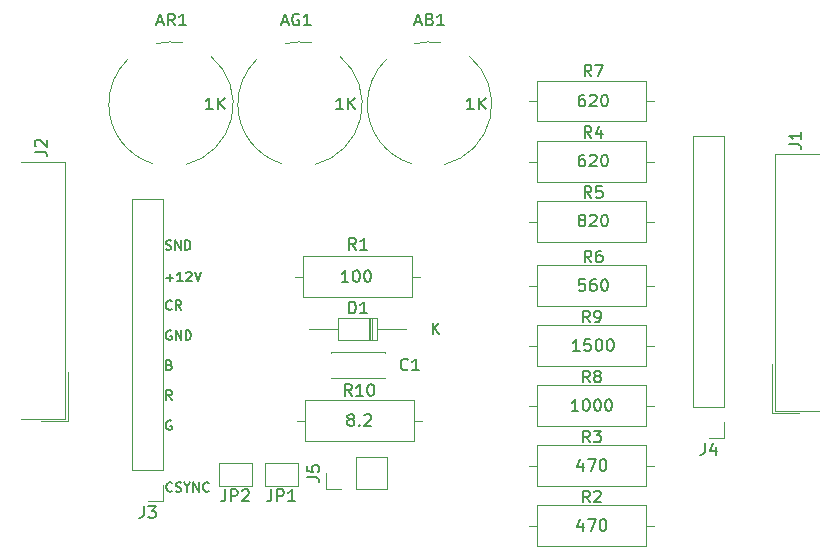
<source format=gbr>
%TF.GenerationSoftware,KiCad,Pcbnew,7.0.8*%
%TF.CreationDate,2026-01-30T16:34:38+01:00*%
%TF.ProjectId,taxanRGB,74617861-6e52-4474-922e-6b696361645f,rev?*%
%TF.SameCoordinates,Original*%
%TF.FileFunction,Legend,Top*%
%TF.FilePolarity,Positive*%
%FSLAX46Y46*%
G04 Gerber Fmt 4.6, Leading zero omitted, Abs format (unit mm)*
G04 Created by KiCad (PCBNEW 7.0.8) date 2026-01-30 16:34:38*
%MOMM*%
%LPD*%
G01*
G04 APERTURE LIST*
%ADD10C,0.150000*%
%ADD11C,0.120000*%
G04 APERTURE END LIST*
D10*
X45767826Y-49767247D02*
X45882112Y-49805342D01*
X45882112Y-49805342D02*
X45920207Y-49843438D01*
X45920207Y-49843438D02*
X45958303Y-49919628D01*
X45958303Y-49919628D02*
X45958303Y-50033914D01*
X45958303Y-50033914D02*
X45920207Y-50110104D01*
X45920207Y-50110104D02*
X45882112Y-50148200D01*
X45882112Y-50148200D02*
X45805922Y-50186295D01*
X45805922Y-50186295D02*
X45501160Y-50186295D01*
X45501160Y-50186295D02*
X45501160Y-49386295D01*
X45501160Y-49386295D02*
X45767826Y-49386295D01*
X45767826Y-49386295D02*
X45844017Y-49424390D01*
X45844017Y-49424390D02*
X45882112Y-49462485D01*
X45882112Y-49462485D02*
X45920207Y-49538676D01*
X45920207Y-49538676D02*
X45920207Y-49614866D01*
X45920207Y-49614866D02*
X45882112Y-49691057D01*
X45882112Y-49691057D02*
X45844017Y-49729152D01*
X45844017Y-49729152D02*
X45767826Y-49767247D01*
X45767826Y-49767247D02*
X45501160Y-49767247D01*
X45958303Y-45030104D02*
X45920207Y-45068200D01*
X45920207Y-45068200D02*
X45805922Y-45106295D01*
X45805922Y-45106295D02*
X45729731Y-45106295D01*
X45729731Y-45106295D02*
X45615445Y-45068200D01*
X45615445Y-45068200D02*
X45539255Y-44992009D01*
X45539255Y-44992009D02*
X45501160Y-44915819D01*
X45501160Y-44915819D02*
X45463064Y-44763438D01*
X45463064Y-44763438D02*
X45463064Y-44649152D01*
X45463064Y-44649152D02*
X45501160Y-44496771D01*
X45501160Y-44496771D02*
X45539255Y-44420580D01*
X45539255Y-44420580D02*
X45615445Y-44344390D01*
X45615445Y-44344390D02*
X45729731Y-44306295D01*
X45729731Y-44306295D02*
X45805922Y-44306295D01*
X45805922Y-44306295D02*
X45920207Y-44344390D01*
X45920207Y-44344390D02*
X45958303Y-44382485D01*
X46758303Y-45106295D02*
X46491636Y-44725342D01*
X46301160Y-45106295D02*
X46301160Y-44306295D01*
X46301160Y-44306295D02*
X46605922Y-44306295D01*
X46605922Y-44306295D02*
X46682112Y-44344390D01*
X46682112Y-44344390D02*
X46720207Y-44382485D01*
X46720207Y-44382485D02*
X46758303Y-44458676D01*
X46758303Y-44458676D02*
X46758303Y-44572961D01*
X46758303Y-44572961D02*
X46720207Y-44649152D01*
X46720207Y-44649152D02*
X46682112Y-44687247D01*
X46682112Y-44687247D02*
X46605922Y-44725342D01*
X46605922Y-44725342D02*
X46301160Y-44725342D01*
X45463064Y-39988200D02*
X45577350Y-40026295D01*
X45577350Y-40026295D02*
X45767826Y-40026295D01*
X45767826Y-40026295D02*
X45844017Y-39988200D01*
X45844017Y-39988200D02*
X45882112Y-39950104D01*
X45882112Y-39950104D02*
X45920207Y-39873914D01*
X45920207Y-39873914D02*
X45920207Y-39797723D01*
X45920207Y-39797723D02*
X45882112Y-39721533D01*
X45882112Y-39721533D02*
X45844017Y-39683438D01*
X45844017Y-39683438D02*
X45767826Y-39645342D01*
X45767826Y-39645342D02*
X45615445Y-39607247D01*
X45615445Y-39607247D02*
X45539255Y-39569152D01*
X45539255Y-39569152D02*
X45501160Y-39531057D01*
X45501160Y-39531057D02*
X45463064Y-39454866D01*
X45463064Y-39454866D02*
X45463064Y-39378676D01*
X45463064Y-39378676D02*
X45501160Y-39302485D01*
X45501160Y-39302485D02*
X45539255Y-39264390D01*
X45539255Y-39264390D02*
X45615445Y-39226295D01*
X45615445Y-39226295D02*
X45805922Y-39226295D01*
X45805922Y-39226295D02*
X45920207Y-39264390D01*
X46263065Y-40026295D02*
X46263065Y-39226295D01*
X46263065Y-39226295D02*
X46720208Y-40026295D01*
X46720208Y-40026295D02*
X46720208Y-39226295D01*
X47101160Y-40026295D02*
X47101160Y-39226295D01*
X47101160Y-39226295D02*
X47291636Y-39226295D01*
X47291636Y-39226295D02*
X47405922Y-39264390D01*
X47405922Y-39264390D02*
X47482112Y-39340580D01*
X47482112Y-39340580D02*
X47520207Y-39416771D01*
X47520207Y-39416771D02*
X47558303Y-39569152D01*
X47558303Y-39569152D02*
X47558303Y-39683438D01*
X47558303Y-39683438D02*
X47520207Y-39835819D01*
X47520207Y-39835819D02*
X47482112Y-39912009D01*
X47482112Y-39912009D02*
X47405922Y-39988200D01*
X47405922Y-39988200D02*
X47291636Y-40026295D01*
X47291636Y-40026295D02*
X47101160Y-40026295D01*
X45920207Y-46884390D02*
X45844017Y-46846295D01*
X45844017Y-46846295D02*
X45729731Y-46846295D01*
X45729731Y-46846295D02*
X45615445Y-46884390D01*
X45615445Y-46884390D02*
X45539255Y-46960580D01*
X45539255Y-46960580D02*
X45501160Y-47036771D01*
X45501160Y-47036771D02*
X45463064Y-47189152D01*
X45463064Y-47189152D02*
X45463064Y-47303438D01*
X45463064Y-47303438D02*
X45501160Y-47455819D01*
X45501160Y-47455819D02*
X45539255Y-47532009D01*
X45539255Y-47532009D02*
X45615445Y-47608200D01*
X45615445Y-47608200D02*
X45729731Y-47646295D01*
X45729731Y-47646295D02*
X45805922Y-47646295D01*
X45805922Y-47646295D02*
X45920207Y-47608200D01*
X45920207Y-47608200D02*
X45958303Y-47570104D01*
X45958303Y-47570104D02*
X45958303Y-47303438D01*
X45958303Y-47303438D02*
X45805922Y-47303438D01*
X46301160Y-47646295D02*
X46301160Y-46846295D01*
X46301160Y-46846295D02*
X46758303Y-47646295D01*
X46758303Y-47646295D02*
X46758303Y-46846295D01*
X47139255Y-47646295D02*
X47139255Y-46846295D01*
X47139255Y-46846295D02*
X47329731Y-46846295D01*
X47329731Y-46846295D02*
X47444017Y-46884390D01*
X47444017Y-46884390D02*
X47520207Y-46960580D01*
X47520207Y-46960580D02*
X47558302Y-47036771D01*
X47558302Y-47036771D02*
X47596398Y-47189152D01*
X47596398Y-47189152D02*
X47596398Y-47303438D01*
X47596398Y-47303438D02*
X47558302Y-47455819D01*
X47558302Y-47455819D02*
X47520207Y-47532009D01*
X47520207Y-47532009D02*
X47444017Y-47608200D01*
X47444017Y-47608200D02*
X47329731Y-47646295D01*
X47329731Y-47646295D02*
X47139255Y-47646295D01*
X45920207Y-54504390D02*
X45844017Y-54466295D01*
X45844017Y-54466295D02*
X45729731Y-54466295D01*
X45729731Y-54466295D02*
X45615445Y-54504390D01*
X45615445Y-54504390D02*
X45539255Y-54580580D01*
X45539255Y-54580580D02*
X45501160Y-54656771D01*
X45501160Y-54656771D02*
X45463064Y-54809152D01*
X45463064Y-54809152D02*
X45463064Y-54923438D01*
X45463064Y-54923438D02*
X45501160Y-55075819D01*
X45501160Y-55075819D02*
X45539255Y-55152009D01*
X45539255Y-55152009D02*
X45615445Y-55228200D01*
X45615445Y-55228200D02*
X45729731Y-55266295D01*
X45729731Y-55266295D02*
X45805922Y-55266295D01*
X45805922Y-55266295D02*
X45920207Y-55228200D01*
X45920207Y-55228200D02*
X45958303Y-55190104D01*
X45958303Y-55190104D02*
X45958303Y-54923438D01*
X45958303Y-54923438D02*
X45805922Y-54923438D01*
X45958303Y-52726295D02*
X45691636Y-52345342D01*
X45501160Y-52726295D02*
X45501160Y-51926295D01*
X45501160Y-51926295D02*
X45805922Y-51926295D01*
X45805922Y-51926295D02*
X45882112Y-51964390D01*
X45882112Y-51964390D02*
X45920207Y-52002485D01*
X45920207Y-52002485D02*
X45958303Y-52078676D01*
X45958303Y-52078676D02*
X45958303Y-52192961D01*
X45958303Y-52192961D02*
X45920207Y-52269152D01*
X45920207Y-52269152D02*
X45882112Y-52307247D01*
X45882112Y-52307247D02*
X45805922Y-52345342D01*
X45805922Y-52345342D02*
X45501160Y-52345342D01*
X45501160Y-42388533D02*
X46110684Y-42388533D01*
X45805922Y-42693295D02*
X45805922Y-42083771D01*
X46910683Y-42693295D02*
X46453540Y-42693295D01*
X46682112Y-42693295D02*
X46682112Y-41893295D01*
X46682112Y-41893295D02*
X46605921Y-42007580D01*
X46605921Y-42007580D02*
X46529731Y-42083771D01*
X46529731Y-42083771D02*
X46453540Y-42121866D01*
X47215445Y-41969485D02*
X47253541Y-41931390D01*
X47253541Y-41931390D02*
X47329731Y-41893295D01*
X47329731Y-41893295D02*
X47520207Y-41893295D01*
X47520207Y-41893295D02*
X47596398Y-41931390D01*
X47596398Y-41931390D02*
X47634493Y-41969485D01*
X47634493Y-41969485D02*
X47672588Y-42045676D01*
X47672588Y-42045676D02*
X47672588Y-42121866D01*
X47672588Y-42121866D02*
X47634493Y-42236152D01*
X47634493Y-42236152D02*
X47177350Y-42693295D01*
X47177350Y-42693295D02*
X47672588Y-42693295D01*
X47901160Y-41893295D02*
X48167827Y-42693295D01*
X48167827Y-42693295D02*
X48434493Y-41893295D01*
X46018303Y-60427104D02*
X45980207Y-60465200D01*
X45980207Y-60465200D02*
X45865922Y-60503295D01*
X45865922Y-60503295D02*
X45789731Y-60503295D01*
X45789731Y-60503295D02*
X45675445Y-60465200D01*
X45675445Y-60465200D02*
X45599255Y-60389009D01*
X45599255Y-60389009D02*
X45561160Y-60312819D01*
X45561160Y-60312819D02*
X45523064Y-60160438D01*
X45523064Y-60160438D02*
X45523064Y-60046152D01*
X45523064Y-60046152D02*
X45561160Y-59893771D01*
X45561160Y-59893771D02*
X45599255Y-59817580D01*
X45599255Y-59817580D02*
X45675445Y-59741390D01*
X45675445Y-59741390D02*
X45789731Y-59703295D01*
X45789731Y-59703295D02*
X45865922Y-59703295D01*
X45865922Y-59703295D02*
X45980207Y-59741390D01*
X45980207Y-59741390D02*
X46018303Y-59779485D01*
X46323064Y-60465200D02*
X46437350Y-60503295D01*
X46437350Y-60503295D02*
X46627826Y-60503295D01*
X46627826Y-60503295D02*
X46704017Y-60465200D01*
X46704017Y-60465200D02*
X46742112Y-60427104D01*
X46742112Y-60427104D02*
X46780207Y-60350914D01*
X46780207Y-60350914D02*
X46780207Y-60274723D01*
X46780207Y-60274723D02*
X46742112Y-60198533D01*
X46742112Y-60198533D02*
X46704017Y-60160438D01*
X46704017Y-60160438D02*
X46627826Y-60122342D01*
X46627826Y-60122342D02*
X46475445Y-60084247D01*
X46475445Y-60084247D02*
X46399255Y-60046152D01*
X46399255Y-60046152D02*
X46361160Y-60008057D01*
X46361160Y-60008057D02*
X46323064Y-59931866D01*
X46323064Y-59931866D02*
X46323064Y-59855676D01*
X46323064Y-59855676D02*
X46361160Y-59779485D01*
X46361160Y-59779485D02*
X46399255Y-59741390D01*
X46399255Y-59741390D02*
X46475445Y-59703295D01*
X46475445Y-59703295D02*
X46665922Y-59703295D01*
X46665922Y-59703295D02*
X46780207Y-59741390D01*
X47275446Y-60122342D02*
X47275446Y-60503295D01*
X47008779Y-59703295D02*
X47275446Y-60122342D01*
X47275446Y-60122342D02*
X47542112Y-59703295D01*
X47808779Y-60503295D02*
X47808779Y-59703295D01*
X47808779Y-59703295D02*
X48265922Y-60503295D01*
X48265922Y-60503295D02*
X48265922Y-59703295D01*
X49104017Y-60427104D02*
X49065921Y-60465200D01*
X49065921Y-60465200D02*
X48951636Y-60503295D01*
X48951636Y-60503295D02*
X48875445Y-60503295D01*
X48875445Y-60503295D02*
X48761159Y-60465200D01*
X48761159Y-60465200D02*
X48684969Y-60389009D01*
X48684969Y-60389009D02*
X48646874Y-60312819D01*
X48646874Y-60312819D02*
X48608778Y-60160438D01*
X48608778Y-60160438D02*
X48608778Y-60046152D01*
X48608778Y-60046152D02*
X48646874Y-59893771D01*
X48646874Y-59893771D02*
X48684969Y-59817580D01*
X48684969Y-59817580D02*
X48761159Y-59741390D01*
X48761159Y-59741390D02*
X48875445Y-59703295D01*
X48875445Y-59703295D02*
X48951636Y-59703295D01*
X48951636Y-59703295D02*
X49065921Y-59741390D01*
X49065921Y-59741390D02*
X49104017Y-59779485D01*
X66603714Y-20743104D02*
X67079904Y-20743104D01*
X66508476Y-21028819D02*
X66841809Y-20028819D01*
X66841809Y-20028819D02*
X67175142Y-21028819D01*
X67841809Y-20505009D02*
X67984666Y-20552628D01*
X67984666Y-20552628D02*
X68032285Y-20600247D01*
X68032285Y-20600247D02*
X68079904Y-20695485D01*
X68079904Y-20695485D02*
X68079904Y-20838342D01*
X68079904Y-20838342D02*
X68032285Y-20933580D01*
X68032285Y-20933580D02*
X67984666Y-20981200D01*
X67984666Y-20981200D02*
X67889428Y-21028819D01*
X67889428Y-21028819D02*
X67508476Y-21028819D01*
X67508476Y-21028819D02*
X67508476Y-20028819D01*
X67508476Y-20028819D02*
X67841809Y-20028819D01*
X67841809Y-20028819D02*
X67937047Y-20076438D01*
X67937047Y-20076438D02*
X67984666Y-20124057D01*
X67984666Y-20124057D02*
X68032285Y-20219295D01*
X68032285Y-20219295D02*
X68032285Y-20314533D01*
X68032285Y-20314533D02*
X67984666Y-20409771D01*
X67984666Y-20409771D02*
X67937047Y-20457390D01*
X67937047Y-20457390D02*
X67841809Y-20505009D01*
X67841809Y-20505009D02*
X67508476Y-20505009D01*
X69032285Y-21028819D02*
X68460857Y-21028819D01*
X68746571Y-21028819D02*
X68746571Y-20028819D01*
X68746571Y-20028819D02*
X68651333Y-20171676D01*
X68651333Y-20171676D02*
X68556095Y-20266914D01*
X68556095Y-20266914D02*
X68460857Y-20314533D01*
X71540714Y-28140819D02*
X70969286Y-28140819D01*
X71255000Y-28140819D02*
X71255000Y-27140819D01*
X71255000Y-27140819D02*
X71159762Y-27283676D01*
X71159762Y-27283676D02*
X71064524Y-27378914D01*
X71064524Y-27378914D02*
X70969286Y-27426533D01*
X71969286Y-28140819D02*
X71969286Y-27140819D01*
X72540714Y-28140819D02*
X72112143Y-27569390D01*
X72540714Y-27140819D02*
X71969286Y-27712247D01*
X55300714Y-20743104D02*
X55776904Y-20743104D01*
X55205476Y-21028819D02*
X55538809Y-20028819D01*
X55538809Y-20028819D02*
X55872142Y-21028819D01*
X56729285Y-20076438D02*
X56634047Y-20028819D01*
X56634047Y-20028819D02*
X56491190Y-20028819D01*
X56491190Y-20028819D02*
X56348333Y-20076438D01*
X56348333Y-20076438D02*
X56253095Y-20171676D01*
X56253095Y-20171676D02*
X56205476Y-20266914D01*
X56205476Y-20266914D02*
X56157857Y-20457390D01*
X56157857Y-20457390D02*
X56157857Y-20600247D01*
X56157857Y-20600247D02*
X56205476Y-20790723D01*
X56205476Y-20790723D02*
X56253095Y-20885961D01*
X56253095Y-20885961D02*
X56348333Y-20981200D01*
X56348333Y-20981200D02*
X56491190Y-21028819D01*
X56491190Y-21028819D02*
X56586428Y-21028819D01*
X56586428Y-21028819D02*
X56729285Y-20981200D01*
X56729285Y-20981200D02*
X56776904Y-20933580D01*
X56776904Y-20933580D02*
X56776904Y-20600247D01*
X56776904Y-20600247D02*
X56586428Y-20600247D01*
X57729285Y-21028819D02*
X57157857Y-21028819D01*
X57443571Y-21028819D02*
X57443571Y-20028819D01*
X57443571Y-20028819D02*
X57348333Y-20171676D01*
X57348333Y-20171676D02*
X57253095Y-20266914D01*
X57253095Y-20266914D02*
X57157857Y-20314533D01*
X60491714Y-28140819D02*
X59920286Y-28140819D01*
X60206000Y-28140819D02*
X60206000Y-27140819D01*
X60206000Y-27140819D02*
X60110762Y-27283676D01*
X60110762Y-27283676D02*
X60015524Y-27378914D01*
X60015524Y-27378914D02*
X59920286Y-27426533D01*
X60920286Y-28140819D02*
X60920286Y-27140819D01*
X61491714Y-28140819D02*
X61063143Y-27569390D01*
X61491714Y-27140819D02*
X60920286Y-27712247D01*
X44759714Y-20743104D02*
X45235904Y-20743104D01*
X44664476Y-21028819D02*
X44997809Y-20028819D01*
X44997809Y-20028819D02*
X45331142Y-21028819D01*
X46235904Y-21028819D02*
X45902571Y-20552628D01*
X45664476Y-21028819D02*
X45664476Y-20028819D01*
X45664476Y-20028819D02*
X46045428Y-20028819D01*
X46045428Y-20028819D02*
X46140666Y-20076438D01*
X46140666Y-20076438D02*
X46188285Y-20124057D01*
X46188285Y-20124057D02*
X46235904Y-20219295D01*
X46235904Y-20219295D02*
X46235904Y-20362152D01*
X46235904Y-20362152D02*
X46188285Y-20457390D01*
X46188285Y-20457390D02*
X46140666Y-20505009D01*
X46140666Y-20505009D02*
X46045428Y-20552628D01*
X46045428Y-20552628D02*
X45664476Y-20552628D01*
X47188285Y-21028819D02*
X46616857Y-21028819D01*
X46902571Y-21028819D02*
X46902571Y-20028819D01*
X46902571Y-20028819D02*
X46807333Y-20171676D01*
X46807333Y-20171676D02*
X46712095Y-20266914D01*
X46712095Y-20266914D02*
X46616857Y-20314533D01*
X49442714Y-28140819D02*
X48871286Y-28140819D01*
X49157000Y-28140819D02*
X49157000Y-27140819D01*
X49157000Y-27140819D02*
X49061762Y-27283676D01*
X49061762Y-27283676D02*
X48966524Y-27378914D01*
X48966524Y-27378914D02*
X48871286Y-27426533D01*
X49871286Y-28140819D02*
X49871286Y-27140819D01*
X50442714Y-28140819D02*
X50014143Y-27569390D01*
X50442714Y-27140819D02*
X49871286Y-27712247D01*
X34379819Y-31702333D02*
X35094104Y-31702333D01*
X35094104Y-31702333D02*
X35236961Y-31749952D01*
X35236961Y-31749952D02*
X35332200Y-31845190D01*
X35332200Y-31845190D02*
X35379819Y-31988047D01*
X35379819Y-31988047D02*
X35379819Y-32083285D01*
X34475057Y-31273761D02*
X34427438Y-31226142D01*
X34427438Y-31226142D02*
X34379819Y-31130904D01*
X34379819Y-31130904D02*
X34379819Y-30892809D01*
X34379819Y-30892809D02*
X34427438Y-30797571D01*
X34427438Y-30797571D02*
X34475057Y-30749952D01*
X34475057Y-30749952D02*
X34570295Y-30702333D01*
X34570295Y-30702333D02*
X34665533Y-30702333D01*
X34665533Y-30702333D02*
X34808390Y-30749952D01*
X34808390Y-30749952D02*
X35379819Y-31321380D01*
X35379819Y-31321380D02*
X35379819Y-30702333D01*
X65960333Y-50143580D02*
X65912714Y-50191200D01*
X65912714Y-50191200D02*
X65769857Y-50238819D01*
X65769857Y-50238819D02*
X65674619Y-50238819D01*
X65674619Y-50238819D02*
X65531762Y-50191200D01*
X65531762Y-50191200D02*
X65436524Y-50095961D01*
X65436524Y-50095961D02*
X65388905Y-50000723D01*
X65388905Y-50000723D02*
X65341286Y-49810247D01*
X65341286Y-49810247D02*
X65341286Y-49667390D01*
X65341286Y-49667390D02*
X65388905Y-49476914D01*
X65388905Y-49476914D02*
X65436524Y-49381676D01*
X65436524Y-49381676D02*
X65531762Y-49286438D01*
X65531762Y-49286438D02*
X65674619Y-49238819D01*
X65674619Y-49238819D02*
X65769857Y-49238819D01*
X65769857Y-49238819D02*
X65912714Y-49286438D01*
X65912714Y-49286438D02*
X65960333Y-49334057D01*
X66912714Y-50238819D02*
X66341286Y-50238819D01*
X66627000Y-50238819D02*
X66627000Y-49238819D01*
X66627000Y-49238819D02*
X66531762Y-49381676D01*
X66531762Y-49381676D02*
X66436524Y-49476914D01*
X66436524Y-49476914D02*
X66341286Y-49524533D01*
X61555333Y-40025819D02*
X61222000Y-39549628D01*
X60983905Y-40025819D02*
X60983905Y-39025819D01*
X60983905Y-39025819D02*
X61364857Y-39025819D01*
X61364857Y-39025819D02*
X61460095Y-39073438D01*
X61460095Y-39073438D02*
X61507714Y-39121057D01*
X61507714Y-39121057D02*
X61555333Y-39216295D01*
X61555333Y-39216295D02*
X61555333Y-39359152D01*
X61555333Y-39359152D02*
X61507714Y-39454390D01*
X61507714Y-39454390D02*
X61460095Y-39502009D01*
X61460095Y-39502009D02*
X61364857Y-39549628D01*
X61364857Y-39549628D02*
X60983905Y-39549628D01*
X62507714Y-40025819D02*
X61936286Y-40025819D01*
X62222000Y-40025819D02*
X62222000Y-39025819D01*
X62222000Y-39025819D02*
X62126762Y-39168676D01*
X62126762Y-39168676D02*
X62031524Y-39263914D01*
X62031524Y-39263914D02*
X61936286Y-39311533D01*
X60928333Y-42745819D02*
X60356905Y-42745819D01*
X60642619Y-42745819D02*
X60642619Y-41745819D01*
X60642619Y-41745819D02*
X60547381Y-41888676D01*
X60547381Y-41888676D02*
X60452143Y-41983914D01*
X60452143Y-41983914D02*
X60356905Y-42031533D01*
X61547381Y-41745819D02*
X61642619Y-41745819D01*
X61642619Y-41745819D02*
X61737857Y-41793438D01*
X61737857Y-41793438D02*
X61785476Y-41841057D01*
X61785476Y-41841057D02*
X61833095Y-41936295D01*
X61833095Y-41936295D02*
X61880714Y-42126771D01*
X61880714Y-42126771D02*
X61880714Y-42364866D01*
X61880714Y-42364866D02*
X61833095Y-42555342D01*
X61833095Y-42555342D02*
X61785476Y-42650580D01*
X61785476Y-42650580D02*
X61737857Y-42698200D01*
X61737857Y-42698200D02*
X61642619Y-42745819D01*
X61642619Y-42745819D02*
X61547381Y-42745819D01*
X61547381Y-42745819D02*
X61452143Y-42698200D01*
X61452143Y-42698200D02*
X61404524Y-42650580D01*
X61404524Y-42650580D02*
X61356905Y-42555342D01*
X61356905Y-42555342D02*
X61309286Y-42364866D01*
X61309286Y-42364866D02*
X61309286Y-42126771D01*
X61309286Y-42126771D02*
X61356905Y-41936295D01*
X61356905Y-41936295D02*
X61404524Y-41841057D01*
X61404524Y-41841057D02*
X61452143Y-41793438D01*
X61452143Y-41793438D02*
X61547381Y-41745819D01*
X62499762Y-41745819D02*
X62595000Y-41745819D01*
X62595000Y-41745819D02*
X62690238Y-41793438D01*
X62690238Y-41793438D02*
X62737857Y-41841057D01*
X62737857Y-41841057D02*
X62785476Y-41936295D01*
X62785476Y-41936295D02*
X62833095Y-42126771D01*
X62833095Y-42126771D02*
X62833095Y-42364866D01*
X62833095Y-42364866D02*
X62785476Y-42555342D01*
X62785476Y-42555342D02*
X62737857Y-42650580D01*
X62737857Y-42650580D02*
X62690238Y-42698200D01*
X62690238Y-42698200D02*
X62595000Y-42745819D01*
X62595000Y-42745819D02*
X62499762Y-42745819D01*
X62499762Y-42745819D02*
X62404524Y-42698200D01*
X62404524Y-42698200D02*
X62356905Y-42650580D01*
X62356905Y-42650580D02*
X62309286Y-42555342D01*
X62309286Y-42555342D02*
X62261667Y-42364866D01*
X62261667Y-42364866D02*
X62261667Y-42126771D01*
X62261667Y-42126771D02*
X62309286Y-41936295D01*
X62309286Y-41936295D02*
X62356905Y-41841057D01*
X62356905Y-41841057D02*
X62404524Y-41793438D01*
X62404524Y-41793438D02*
X62499762Y-41745819D01*
X81494333Y-41094819D02*
X81161000Y-40618628D01*
X80922905Y-41094819D02*
X80922905Y-40094819D01*
X80922905Y-40094819D02*
X81303857Y-40094819D01*
X81303857Y-40094819D02*
X81399095Y-40142438D01*
X81399095Y-40142438D02*
X81446714Y-40190057D01*
X81446714Y-40190057D02*
X81494333Y-40285295D01*
X81494333Y-40285295D02*
X81494333Y-40428152D01*
X81494333Y-40428152D02*
X81446714Y-40523390D01*
X81446714Y-40523390D02*
X81399095Y-40571009D01*
X81399095Y-40571009D02*
X81303857Y-40618628D01*
X81303857Y-40618628D02*
X80922905Y-40618628D01*
X82351476Y-40094819D02*
X82161000Y-40094819D01*
X82161000Y-40094819D02*
X82065762Y-40142438D01*
X82065762Y-40142438D02*
X82018143Y-40190057D01*
X82018143Y-40190057D02*
X81922905Y-40332914D01*
X81922905Y-40332914D02*
X81875286Y-40523390D01*
X81875286Y-40523390D02*
X81875286Y-40904342D01*
X81875286Y-40904342D02*
X81922905Y-40999580D01*
X81922905Y-40999580D02*
X81970524Y-41047200D01*
X81970524Y-41047200D02*
X82065762Y-41094819D01*
X82065762Y-41094819D02*
X82256238Y-41094819D01*
X82256238Y-41094819D02*
X82351476Y-41047200D01*
X82351476Y-41047200D02*
X82399095Y-40999580D01*
X82399095Y-40999580D02*
X82446714Y-40904342D01*
X82446714Y-40904342D02*
X82446714Y-40666247D01*
X82446714Y-40666247D02*
X82399095Y-40571009D01*
X82399095Y-40571009D02*
X82351476Y-40523390D01*
X82351476Y-40523390D02*
X82256238Y-40475771D01*
X82256238Y-40475771D02*
X82065762Y-40475771D01*
X82065762Y-40475771D02*
X81970524Y-40523390D01*
X81970524Y-40523390D02*
X81922905Y-40571009D01*
X81922905Y-40571009D02*
X81875286Y-40666247D01*
X80946714Y-42507819D02*
X80470524Y-42507819D01*
X80470524Y-42507819D02*
X80422905Y-42984009D01*
X80422905Y-42984009D02*
X80470524Y-42936390D01*
X80470524Y-42936390D02*
X80565762Y-42888771D01*
X80565762Y-42888771D02*
X80803857Y-42888771D01*
X80803857Y-42888771D02*
X80899095Y-42936390D01*
X80899095Y-42936390D02*
X80946714Y-42984009D01*
X80946714Y-42984009D02*
X80994333Y-43079247D01*
X80994333Y-43079247D02*
X80994333Y-43317342D01*
X80994333Y-43317342D02*
X80946714Y-43412580D01*
X80946714Y-43412580D02*
X80899095Y-43460200D01*
X80899095Y-43460200D02*
X80803857Y-43507819D01*
X80803857Y-43507819D02*
X80565762Y-43507819D01*
X80565762Y-43507819D02*
X80470524Y-43460200D01*
X80470524Y-43460200D02*
X80422905Y-43412580D01*
X81851476Y-42507819D02*
X81661000Y-42507819D01*
X81661000Y-42507819D02*
X81565762Y-42555438D01*
X81565762Y-42555438D02*
X81518143Y-42603057D01*
X81518143Y-42603057D02*
X81422905Y-42745914D01*
X81422905Y-42745914D02*
X81375286Y-42936390D01*
X81375286Y-42936390D02*
X81375286Y-43317342D01*
X81375286Y-43317342D02*
X81422905Y-43412580D01*
X81422905Y-43412580D02*
X81470524Y-43460200D01*
X81470524Y-43460200D02*
X81565762Y-43507819D01*
X81565762Y-43507819D02*
X81756238Y-43507819D01*
X81756238Y-43507819D02*
X81851476Y-43460200D01*
X81851476Y-43460200D02*
X81899095Y-43412580D01*
X81899095Y-43412580D02*
X81946714Y-43317342D01*
X81946714Y-43317342D02*
X81946714Y-43079247D01*
X81946714Y-43079247D02*
X81899095Y-42984009D01*
X81899095Y-42984009D02*
X81851476Y-42936390D01*
X81851476Y-42936390D02*
X81756238Y-42888771D01*
X81756238Y-42888771D02*
X81565762Y-42888771D01*
X81565762Y-42888771D02*
X81470524Y-42936390D01*
X81470524Y-42936390D02*
X81422905Y-42984009D01*
X81422905Y-42984009D02*
X81375286Y-43079247D01*
X82565762Y-42507819D02*
X82661000Y-42507819D01*
X82661000Y-42507819D02*
X82756238Y-42555438D01*
X82756238Y-42555438D02*
X82803857Y-42603057D01*
X82803857Y-42603057D02*
X82851476Y-42698295D01*
X82851476Y-42698295D02*
X82899095Y-42888771D01*
X82899095Y-42888771D02*
X82899095Y-43126866D01*
X82899095Y-43126866D02*
X82851476Y-43317342D01*
X82851476Y-43317342D02*
X82803857Y-43412580D01*
X82803857Y-43412580D02*
X82756238Y-43460200D01*
X82756238Y-43460200D02*
X82661000Y-43507819D01*
X82661000Y-43507819D02*
X82565762Y-43507819D01*
X82565762Y-43507819D02*
X82470524Y-43460200D01*
X82470524Y-43460200D02*
X82422905Y-43412580D01*
X82422905Y-43412580D02*
X82375286Y-43317342D01*
X82375286Y-43317342D02*
X82327667Y-43126866D01*
X82327667Y-43126866D02*
X82327667Y-42888771D01*
X82327667Y-42888771D02*
X82375286Y-42698295D01*
X82375286Y-42698295D02*
X82422905Y-42603057D01*
X82422905Y-42603057D02*
X82470524Y-42555438D01*
X82470524Y-42555438D02*
X82565762Y-42507819D01*
X60983905Y-45412819D02*
X60983905Y-44412819D01*
X60983905Y-44412819D02*
X61222000Y-44412819D01*
X61222000Y-44412819D02*
X61364857Y-44460438D01*
X61364857Y-44460438D02*
X61460095Y-44555676D01*
X61460095Y-44555676D02*
X61507714Y-44650914D01*
X61507714Y-44650914D02*
X61555333Y-44841390D01*
X61555333Y-44841390D02*
X61555333Y-44984247D01*
X61555333Y-44984247D02*
X61507714Y-45174723D01*
X61507714Y-45174723D02*
X61460095Y-45269961D01*
X61460095Y-45269961D02*
X61364857Y-45365200D01*
X61364857Y-45365200D02*
X61222000Y-45412819D01*
X61222000Y-45412819D02*
X60983905Y-45412819D01*
X62507714Y-45412819D02*
X61936286Y-45412819D01*
X62222000Y-45412819D02*
X62222000Y-44412819D01*
X62222000Y-44412819D02*
X62126762Y-44555676D01*
X62126762Y-44555676D02*
X62031524Y-44650914D01*
X62031524Y-44650914D02*
X61936286Y-44698533D01*
X68064095Y-47190819D02*
X68064095Y-46190819D01*
X68635523Y-47190819D02*
X68206952Y-46619390D01*
X68635523Y-46190819D02*
X68064095Y-46762247D01*
X50511666Y-60309819D02*
X50511666Y-61024104D01*
X50511666Y-61024104D02*
X50464047Y-61166961D01*
X50464047Y-61166961D02*
X50368809Y-61262200D01*
X50368809Y-61262200D02*
X50225952Y-61309819D01*
X50225952Y-61309819D02*
X50130714Y-61309819D01*
X50987857Y-61309819D02*
X50987857Y-60309819D01*
X50987857Y-60309819D02*
X51368809Y-60309819D01*
X51368809Y-60309819D02*
X51464047Y-60357438D01*
X51464047Y-60357438D02*
X51511666Y-60405057D01*
X51511666Y-60405057D02*
X51559285Y-60500295D01*
X51559285Y-60500295D02*
X51559285Y-60643152D01*
X51559285Y-60643152D02*
X51511666Y-60738390D01*
X51511666Y-60738390D02*
X51464047Y-60786009D01*
X51464047Y-60786009D02*
X51368809Y-60833628D01*
X51368809Y-60833628D02*
X50987857Y-60833628D01*
X51940238Y-60405057D02*
X51987857Y-60357438D01*
X51987857Y-60357438D02*
X52083095Y-60309819D01*
X52083095Y-60309819D02*
X52321190Y-60309819D01*
X52321190Y-60309819D02*
X52416428Y-60357438D01*
X52416428Y-60357438D02*
X52464047Y-60405057D01*
X52464047Y-60405057D02*
X52511666Y-60500295D01*
X52511666Y-60500295D02*
X52511666Y-60595533D01*
X52511666Y-60595533D02*
X52464047Y-60738390D01*
X52464047Y-60738390D02*
X51892619Y-61309819D01*
X51892619Y-61309819D02*
X52511666Y-61309819D01*
X98260819Y-31067333D02*
X98975104Y-31067333D01*
X98975104Y-31067333D02*
X99117961Y-31114952D01*
X99117961Y-31114952D02*
X99213200Y-31210190D01*
X99213200Y-31210190D02*
X99260819Y-31353047D01*
X99260819Y-31353047D02*
X99260819Y-31448285D01*
X99260819Y-30067333D02*
X99260819Y-30638761D01*
X99260819Y-30353047D02*
X98260819Y-30353047D01*
X98260819Y-30353047D02*
X98403676Y-30448285D01*
X98403676Y-30448285D02*
X98498914Y-30543523D01*
X98498914Y-30543523D02*
X98546533Y-30638761D01*
X81367333Y-56334819D02*
X81034000Y-55858628D01*
X80795905Y-56334819D02*
X80795905Y-55334819D01*
X80795905Y-55334819D02*
X81176857Y-55334819D01*
X81176857Y-55334819D02*
X81272095Y-55382438D01*
X81272095Y-55382438D02*
X81319714Y-55430057D01*
X81319714Y-55430057D02*
X81367333Y-55525295D01*
X81367333Y-55525295D02*
X81367333Y-55668152D01*
X81367333Y-55668152D02*
X81319714Y-55763390D01*
X81319714Y-55763390D02*
X81272095Y-55811009D01*
X81272095Y-55811009D02*
X81176857Y-55858628D01*
X81176857Y-55858628D02*
X80795905Y-55858628D01*
X81700667Y-55334819D02*
X82319714Y-55334819D01*
X82319714Y-55334819D02*
X81986381Y-55715771D01*
X81986381Y-55715771D02*
X82129238Y-55715771D01*
X82129238Y-55715771D02*
X82224476Y-55763390D01*
X82224476Y-55763390D02*
X82272095Y-55811009D01*
X82272095Y-55811009D02*
X82319714Y-55906247D01*
X82319714Y-55906247D02*
X82319714Y-56144342D01*
X82319714Y-56144342D02*
X82272095Y-56239580D01*
X82272095Y-56239580D02*
X82224476Y-56287200D01*
X82224476Y-56287200D02*
X82129238Y-56334819D01*
X82129238Y-56334819D02*
X81843524Y-56334819D01*
X81843524Y-56334819D02*
X81748286Y-56287200D01*
X81748286Y-56287200D02*
X81700667Y-56239580D01*
X80772095Y-58081152D02*
X80772095Y-58747819D01*
X80534000Y-57700200D02*
X80295905Y-58414485D01*
X80295905Y-58414485D02*
X80914952Y-58414485D01*
X81200667Y-57747819D02*
X81867333Y-57747819D01*
X81867333Y-57747819D02*
X81438762Y-58747819D01*
X82438762Y-57747819D02*
X82534000Y-57747819D01*
X82534000Y-57747819D02*
X82629238Y-57795438D01*
X82629238Y-57795438D02*
X82676857Y-57843057D01*
X82676857Y-57843057D02*
X82724476Y-57938295D01*
X82724476Y-57938295D02*
X82772095Y-58128771D01*
X82772095Y-58128771D02*
X82772095Y-58366866D01*
X82772095Y-58366866D02*
X82724476Y-58557342D01*
X82724476Y-58557342D02*
X82676857Y-58652580D01*
X82676857Y-58652580D02*
X82629238Y-58700200D01*
X82629238Y-58700200D02*
X82534000Y-58747819D01*
X82534000Y-58747819D02*
X82438762Y-58747819D01*
X82438762Y-58747819D02*
X82343524Y-58700200D01*
X82343524Y-58700200D02*
X82295905Y-58652580D01*
X82295905Y-58652580D02*
X82248286Y-58557342D01*
X82248286Y-58557342D02*
X82200667Y-58366866D01*
X82200667Y-58366866D02*
X82200667Y-58128771D01*
X82200667Y-58128771D02*
X82248286Y-57938295D01*
X82248286Y-57938295D02*
X82295905Y-57843057D01*
X82295905Y-57843057D02*
X82343524Y-57795438D01*
X82343524Y-57795438D02*
X82438762Y-57747819D01*
X81494333Y-35633819D02*
X81161000Y-35157628D01*
X80922905Y-35633819D02*
X80922905Y-34633819D01*
X80922905Y-34633819D02*
X81303857Y-34633819D01*
X81303857Y-34633819D02*
X81399095Y-34681438D01*
X81399095Y-34681438D02*
X81446714Y-34729057D01*
X81446714Y-34729057D02*
X81494333Y-34824295D01*
X81494333Y-34824295D02*
X81494333Y-34967152D01*
X81494333Y-34967152D02*
X81446714Y-35062390D01*
X81446714Y-35062390D02*
X81399095Y-35110009D01*
X81399095Y-35110009D02*
X81303857Y-35157628D01*
X81303857Y-35157628D02*
X80922905Y-35157628D01*
X82399095Y-34633819D02*
X81922905Y-34633819D01*
X81922905Y-34633819D02*
X81875286Y-35110009D01*
X81875286Y-35110009D02*
X81922905Y-35062390D01*
X81922905Y-35062390D02*
X82018143Y-35014771D01*
X82018143Y-35014771D02*
X82256238Y-35014771D01*
X82256238Y-35014771D02*
X82351476Y-35062390D01*
X82351476Y-35062390D02*
X82399095Y-35110009D01*
X82399095Y-35110009D02*
X82446714Y-35205247D01*
X82446714Y-35205247D02*
X82446714Y-35443342D01*
X82446714Y-35443342D02*
X82399095Y-35538580D01*
X82399095Y-35538580D02*
X82351476Y-35586200D01*
X82351476Y-35586200D02*
X82256238Y-35633819D01*
X82256238Y-35633819D02*
X82018143Y-35633819D01*
X82018143Y-35633819D02*
X81922905Y-35586200D01*
X81922905Y-35586200D02*
X81875286Y-35538580D01*
X80613381Y-37475390D02*
X80518143Y-37427771D01*
X80518143Y-37427771D02*
X80470524Y-37380152D01*
X80470524Y-37380152D02*
X80422905Y-37284914D01*
X80422905Y-37284914D02*
X80422905Y-37237295D01*
X80422905Y-37237295D02*
X80470524Y-37142057D01*
X80470524Y-37142057D02*
X80518143Y-37094438D01*
X80518143Y-37094438D02*
X80613381Y-37046819D01*
X80613381Y-37046819D02*
X80803857Y-37046819D01*
X80803857Y-37046819D02*
X80899095Y-37094438D01*
X80899095Y-37094438D02*
X80946714Y-37142057D01*
X80946714Y-37142057D02*
X80994333Y-37237295D01*
X80994333Y-37237295D02*
X80994333Y-37284914D01*
X80994333Y-37284914D02*
X80946714Y-37380152D01*
X80946714Y-37380152D02*
X80899095Y-37427771D01*
X80899095Y-37427771D02*
X80803857Y-37475390D01*
X80803857Y-37475390D02*
X80613381Y-37475390D01*
X80613381Y-37475390D02*
X80518143Y-37523009D01*
X80518143Y-37523009D02*
X80470524Y-37570628D01*
X80470524Y-37570628D02*
X80422905Y-37665866D01*
X80422905Y-37665866D02*
X80422905Y-37856342D01*
X80422905Y-37856342D02*
X80470524Y-37951580D01*
X80470524Y-37951580D02*
X80518143Y-37999200D01*
X80518143Y-37999200D02*
X80613381Y-38046819D01*
X80613381Y-38046819D02*
X80803857Y-38046819D01*
X80803857Y-38046819D02*
X80899095Y-37999200D01*
X80899095Y-37999200D02*
X80946714Y-37951580D01*
X80946714Y-37951580D02*
X80994333Y-37856342D01*
X80994333Y-37856342D02*
X80994333Y-37665866D01*
X80994333Y-37665866D02*
X80946714Y-37570628D01*
X80946714Y-37570628D02*
X80899095Y-37523009D01*
X80899095Y-37523009D02*
X80803857Y-37475390D01*
X81375286Y-37142057D02*
X81422905Y-37094438D01*
X81422905Y-37094438D02*
X81518143Y-37046819D01*
X81518143Y-37046819D02*
X81756238Y-37046819D01*
X81756238Y-37046819D02*
X81851476Y-37094438D01*
X81851476Y-37094438D02*
X81899095Y-37142057D01*
X81899095Y-37142057D02*
X81946714Y-37237295D01*
X81946714Y-37237295D02*
X81946714Y-37332533D01*
X81946714Y-37332533D02*
X81899095Y-37475390D01*
X81899095Y-37475390D02*
X81327667Y-38046819D01*
X81327667Y-38046819D02*
X81946714Y-38046819D01*
X82565762Y-37046819D02*
X82661000Y-37046819D01*
X82661000Y-37046819D02*
X82756238Y-37094438D01*
X82756238Y-37094438D02*
X82803857Y-37142057D01*
X82803857Y-37142057D02*
X82851476Y-37237295D01*
X82851476Y-37237295D02*
X82899095Y-37427771D01*
X82899095Y-37427771D02*
X82899095Y-37665866D01*
X82899095Y-37665866D02*
X82851476Y-37856342D01*
X82851476Y-37856342D02*
X82803857Y-37951580D01*
X82803857Y-37951580D02*
X82756238Y-37999200D01*
X82756238Y-37999200D02*
X82661000Y-38046819D01*
X82661000Y-38046819D02*
X82565762Y-38046819D01*
X82565762Y-38046819D02*
X82470524Y-37999200D01*
X82470524Y-37999200D02*
X82422905Y-37951580D01*
X82422905Y-37951580D02*
X82375286Y-37856342D01*
X82375286Y-37856342D02*
X82327667Y-37665866D01*
X82327667Y-37665866D02*
X82327667Y-37427771D01*
X82327667Y-37427771D02*
X82375286Y-37237295D01*
X82375286Y-37237295D02*
X82422905Y-37142057D01*
X82422905Y-37142057D02*
X82470524Y-37094438D01*
X82470524Y-37094438D02*
X82565762Y-37046819D01*
X61206142Y-52397819D02*
X60872809Y-51921628D01*
X60634714Y-52397819D02*
X60634714Y-51397819D01*
X60634714Y-51397819D02*
X61015666Y-51397819D01*
X61015666Y-51397819D02*
X61110904Y-51445438D01*
X61110904Y-51445438D02*
X61158523Y-51493057D01*
X61158523Y-51493057D02*
X61206142Y-51588295D01*
X61206142Y-51588295D02*
X61206142Y-51731152D01*
X61206142Y-51731152D02*
X61158523Y-51826390D01*
X61158523Y-51826390D02*
X61110904Y-51874009D01*
X61110904Y-51874009D02*
X61015666Y-51921628D01*
X61015666Y-51921628D02*
X60634714Y-51921628D01*
X62158523Y-52397819D02*
X61587095Y-52397819D01*
X61872809Y-52397819D02*
X61872809Y-51397819D01*
X61872809Y-51397819D02*
X61777571Y-51540676D01*
X61777571Y-51540676D02*
X61682333Y-51635914D01*
X61682333Y-51635914D02*
X61587095Y-51683533D01*
X62777571Y-51397819D02*
X62872809Y-51397819D01*
X62872809Y-51397819D02*
X62968047Y-51445438D01*
X62968047Y-51445438D02*
X63015666Y-51493057D01*
X63015666Y-51493057D02*
X63063285Y-51588295D01*
X63063285Y-51588295D02*
X63110904Y-51778771D01*
X63110904Y-51778771D02*
X63110904Y-52016866D01*
X63110904Y-52016866D02*
X63063285Y-52207342D01*
X63063285Y-52207342D02*
X63015666Y-52302580D01*
X63015666Y-52302580D02*
X62968047Y-52350200D01*
X62968047Y-52350200D02*
X62872809Y-52397819D01*
X62872809Y-52397819D02*
X62777571Y-52397819D01*
X62777571Y-52397819D02*
X62682333Y-52350200D01*
X62682333Y-52350200D02*
X62634714Y-52302580D01*
X62634714Y-52302580D02*
X62587095Y-52207342D01*
X62587095Y-52207342D02*
X62539476Y-52016866D01*
X62539476Y-52016866D02*
X62539476Y-51778771D01*
X62539476Y-51778771D02*
X62587095Y-51588295D01*
X62587095Y-51588295D02*
X62634714Y-51493057D01*
X62634714Y-51493057D02*
X62682333Y-51445438D01*
X62682333Y-51445438D02*
X62777571Y-51397819D01*
X61039476Y-54366390D02*
X60944238Y-54318771D01*
X60944238Y-54318771D02*
X60896619Y-54271152D01*
X60896619Y-54271152D02*
X60849000Y-54175914D01*
X60849000Y-54175914D02*
X60849000Y-54128295D01*
X60849000Y-54128295D02*
X60896619Y-54033057D01*
X60896619Y-54033057D02*
X60944238Y-53985438D01*
X60944238Y-53985438D02*
X61039476Y-53937819D01*
X61039476Y-53937819D02*
X61229952Y-53937819D01*
X61229952Y-53937819D02*
X61325190Y-53985438D01*
X61325190Y-53985438D02*
X61372809Y-54033057D01*
X61372809Y-54033057D02*
X61420428Y-54128295D01*
X61420428Y-54128295D02*
X61420428Y-54175914D01*
X61420428Y-54175914D02*
X61372809Y-54271152D01*
X61372809Y-54271152D02*
X61325190Y-54318771D01*
X61325190Y-54318771D02*
X61229952Y-54366390D01*
X61229952Y-54366390D02*
X61039476Y-54366390D01*
X61039476Y-54366390D02*
X60944238Y-54414009D01*
X60944238Y-54414009D02*
X60896619Y-54461628D01*
X60896619Y-54461628D02*
X60849000Y-54556866D01*
X60849000Y-54556866D02*
X60849000Y-54747342D01*
X60849000Y-54747342D02*
X60896619Y-54842580D01*
X60896619Y-54842580D02*
X60944238Y-54890200D01*
X60944238Y-54890200D02*
X61039476Y-54937819D01*
X61039476Y-54937819D02*
X61229952Y-54937819D01*
X61229952Y-54937819D02*
X61325190Y-54890200D01*
X61325190Y-54890200D02*
X61372809Y-54842580D01*
X61372809Y-54842580D02*
X61420428Y-54747342D01*
X61420428Y-54747342D02*
X61420428Y-54556866D01*
X61420428Y-54556866D02*
X61372809Y-54461628D01*
X61372809Y-54461628D02*
X61325190Y-54414009D01*
X61325190Y-54414009D02*
X61229952Y-54366390D01*
X61849000Y-54842580D02*
X61896619Y-54890200D01*
X61896619Y-54890200D02*
X61849000Y-54937819D01*
X61849000Y-54937819D02*
X61801381Y-54890200D01*
X61801381Y-54890200D02*
X61849000Y-54842580D01*
X61849000Y-54842580D02*
X61849000Y-54937819D01*
X62277571Y-54033057D02*
X62325190Y-53985438D01*
X62325190Y-53985438D02*
X62420428Y-53937819D01*
X62420428Y-53937819D02*
X62658523Y-53937819D01*
X62658523Y-53937819D02*
X62753761Y-53985438D01*
X62753761Y-53985438D02*
X62801380Y-54033057D01*
X62801380Y-54033057D02*
X62848999Y-54128295D01*
X62848999Y-54128295D02*
X62848999Y-54223533D01*
X62848999Y-54223533D02*
X62801380Y-54366390D01*
X62801380Y-54366390D02*
X62229952Y-54937819D01*
X62229952Y-54937819D02*
X62848999Y-54937819D01*
X57449819Y-59261333D02*
X58164104Y-59261333D01*
X58164104Y-59261333D02*
X58306961Y-59308952D01*
X58306961Y-59308952D02*
X58402200Y-59404190D01*
X58402200Y-59404190D02*
X58449819Y-59547047D01*
X58449819Y-59547047D02*
X58449819Y-59642285D01*
X57449819Y-58308952D02*
X57449819Y-58785142D01*
X57449819Y-58785142D02*
X57926009Y-58832761D01*
X57926009Y-58832761D02*
X57878390Y-58785142D01*
X57878390Y-58785142D02*
X57830771Y-58689904D01*
X57830771Y-58689904D02*
X57830771Y-58451809D01*
X57830771Y-58451809D02*
X57878390Y-58356571D01*
X57878390Y-58356571D02*
X57926009Y-58308952D01*
X57926009Y-58308952D02*
X58021247Y-58261333D01*
X58021247Y-58261333D02*
X58259342Y-58261333D01*
X58259342Y-58261333D02*
X58354580Y-58308952D01*
X58354580Y-58308952D02*
X58402200Y-58356571D01*
X58402200Y-58356571D02*
X58449819Y-58451809D01*
X58449819Y-58451809D02*
X58449819Y-58689904D01*
X58449819Y-58689904D02*
X58402200Y-58785142D01*
X58402200Y-58785142D02*
X58354580Y-58832761D01*
X81494333Y-25346819D02*
X81161000Y-24870628D01*
X80922905Y-25346819D02*
X80922905Y-24346819D01*
X80922905Y-24346819D02*
X81303857Y-24346819D01*
X81303857Y-24346819D02*
X81399095Y-24394438D01*
X81399095Y-24394438D02*
X81446714Y-24442057D01*
X81446714Y-24442057D02*
X81494333Y-24537295D01*
X81494333Y-24537295D02*
X81494333Y-24680152D01*
X81494333Y-24680152D02*
X81446714Y-24775390D01*
X81446714Y-24775390D02*
X81399095Y-24823009D01*
X81399095Y-24823009D02*
X81303857Y-24870628D01*
X81303857Y-24870628D02*
X80922905Y-24870628D01*
X81827667Y-24346819D02*
X82494333Y-24346819D01*
X82494333Y-24346819D02*
X82065762Y-25346819D01*
X80899095Y-26886819D02*
X80708619Y-26886819D01*
X80708619Y-26886819D02*
X80613381Y-26934438D01*
X80613381Y-26934438D02*
X80565762Y-26982057D01*
X80565762Y-26982057D02*
X80470524Y-27124914D01*
X80470524Y-27124914D02*
X80422905Y-27315390D01*
X80422905Y-27315390D02*
X80422905Y-27696342D01*
X80422905Y-27696342D02*
X80470524Y-27791580D01*
X80470524Y-27791580D02*
X80518143Y-27839200D01*
X80518143Y-27839200D02*
X80613381Y-27886819D01*
X80613381Y-27886819D02*
X80803857Y-27886819D01*
X80803857Y-27886819D02*
X80899095Y-27839200D01*
X80899095Y-27839200D02*
X80946714Y-27791580D01*
X80946714Y-27791580D02*
X80994333Y-27696342D01*
X80994333Y-27696342D02*
X80994333Y-27458247D01*
X80994333Y-27458247D02*
X80946714Y-27363009D01*
X80946714Y-27363009D02*
X80899095Y-27315390D01*
X80899095Y-27315390D02*
X80803857Y-27267771D01*
X80803857Y-27267771D02*
X80613381Y-27267771D01*
X80613381Y-27267771D02*
X80518143Y-27315390D01*
X80518143Y-27315390D02*
X80470524Y-27363009D01*
X80470524Y-27363009D02*
X80422905Y-27458247D01*
X81375286Y-26982057D02*
X81422905Y-26934438D01*
X81422905Y-26934438D02*
X81518143Y-26886819D01*
X81518143Y-26886819D02*
X81756238Y-26886819D01*
X81756238Y-26886819D02*
X81851476Y-26934438D01*
X81851476Y-26934438D02*
X81899095Y-26982057D01*
X81899095Y-26982057D02*
X81946714Y-27077295D01*
X81946714Y-27077295D02*
X81946714Y-27172533D01*
X81946714Y-27172533D02*
X81899095Y-27315390D01*
X81899095Y-27315390D02*
X81327667Y-27886819D01*
X81327667Y-27886819D02*
X81946714Y-27886819D01*
X82565762Y-26886819D02*
X82661000Y-26886819D01*
X82661000Y-26886819D02*
X82756238Y-26934438D01*
X82756238Y-26934438D02*
X82803857Y-26982057D01*
X82803857Y-26982057D02*
X82851476Y-27077295D01*
X82851476Y-27077295D02*
X82899095Y-27267771D01*
X82899095Y-27267771D02*
X82899095Y-27505866D01*
X82899095Y-27505866D02*
X82851476Y-27696342D01*
X82851476Y-27696342D02*
X82803857Y-27791580D01*
X82803857Y-27791580D02*
X82756238Y-27839200D01*
X82756238Y-27839200D02*
X82661000Y-27886819D01*
X82661000Y-27886819D02*
X82565762Y-27886819D01*
X82565762Y-27886819D02*
X82470524Y-27839200D01*
X82470524Y-27839200D02*
X82422905Y-27791580D01*
X82422905Y-27791580D02*
X82375286Y-27696342D01*
X82375286Y-27696342D02*
X82327667Y-27505866D01*
X82327667Y-27505866D02*
X82327667Y-27267771D01*
X82327667Y-27267771D02*
X82375286Y-27077295D01*
X82375286Y-27077295D02*
X82422905Y-26982057D01*
X82422905Y-26982057D02*
X82470524Y-26934438D01*
X82470524Y-26934438D02*
X82565762Y-26886819D01*
X43608666Y-61728819D02*
X43608666Y-62443104D01*
X43608666Y-62443104D02*
X43561047Y-62585961D01*
X43561047Y-62585961D02*
X43465809Y-62681200D01*
X43465809Y-62681200D02*
X43322952Y-62728819D01*
X43322952Y-62728819D02*
X43227714Y-62728819D01*
X43989619Y-61728819D02*
X44608666Y-61728819D01*
X44608666Y-61728819D02*
X44275333Y-62109771D01*
X44275333Y-62109771D02*
X44418190Y-62109771D01*
X44418190Y-62109771D02*
X44513428Y-62157390D01*
X44513428Y-62157390D02*
X44561047Y-62205009D01*
X44561047Y-62205009D02*
X44608666Y-62300247D01*
X44608666Y-62300247D02*
X44608666Y-62538342D01*
X44608666Y-62538342D02*
X44561047Y-62633580D01*
X44561047Y-62633580D02*
X44513428Y-62681200D01*
X44513428Y-62681200D02*
X44418190Y-62728819D01*
X44418190Y-62728819D02*
X44132476Y-62728819D01*
X44132476Y-62728819D02*
X44037238Y-62681200D01*
X44037238Y-62681200D02*
X43989619Y-62633580D01*
X81494333Y-30553819D02*
X81161000Y-30077628D01*
X80922905Y-30553819D02*
X80922905Y-29553819D01*
X80922905Y-29553819D02*
X81303857Y-29553819D01*
X81303857Y-29553819D02*
X81399095Y-29601438D01*
X81399095Y-29601438D02*
X81446714Y-29649057D01*
X81446714Y-29649057D02*
X81494333Y-29744295D01*
X81494333Y-29744295D02*
X81494333Y-29887152D01*
X81494333Y-29887152D02*
X81446714Y-29982390D01*
X81446714Y-29982390D02*
X81399095Y-30030009D01*
X81399095Y-30030009D02*
X81303857Y-30077628D01*
X81303857Y-30077628D02*
X80922905Y-30077628D01*
X82351476Y-29887152D02*
X82351476Y-30553819D01*
X82113381Y-29506200D02*
X81875286Y-30220485D01*
X81875286Y-30220485D02*
X82494333Y-30220485D01*
X80899095Y-31966819D02*
X80708619Y-31966819D01*
X80708619Y-31966819D02*
X80613381Y-32014438D01*
X80613381Y-32014438D02*
X80565762Y-32062057D01*
X80565762Y-32062057D02*
X80470524Y-32204914D01*
X80470524Y-32204914D02*
X80422905Y-32395390D01*
X80422905Y-32395390D02*
X80422905Y-32776342D01*
X80422905Y-32776342D02*
X80470524Y-32871580D01*
X80470524Y-32871580D02*
X80518143Y-32919200D01*
X80518143Y-32919200D02*
X80613381Y-32966819D01*
X80613381Y-32966819D02*
X80803857Y-32966819D01*
X80803857Y-32966819D02*
X80899095Y-32919200D01*
X80899095Y-32919200D02*
X80946714Y-32871580D01*
X80946714Y-32871580D02*
X80994333Y-32776342D01*
X80994333Y-32776342D02*
X80994333Y-32538247D01*
X80994333Y-32538247D02*
X80946714Y-32443009D01*
X80946714Y-32443009D02*
X80899095Y-32395390D01*
X80899095Y-32395390D02*
X80803857Y-32347771D01*
X80803857Y-32347771D02*
X80613381Y-32347771D01*
X80613381Y-32347771D02*
X80518143Y-32395390D01*
X80518143Y-32395390D02*
X80470524Y-32443009D01*
X80470524Y-32443009D02*
X80422905Y-32538247D01*
X81375286Y-32062057D02*
X81422905Y-32014438D01*
X81422905Y-32014438D02*
X81518143Y-31966819D01*
X81518143Y-31966819D02*
X81756238Y-31966819D01*
X81756238Y-31966819D02*
X81851476Y-32014438D01*
X81851476Y-32014438D02*
X81899095Y-32062057D01*
X81899095Y-32062057D02*
X81946714Y-32157295D01*
X81946714Y-32157295D02*
X81946714Y-32252533D01*
X81946714Y-32252533D02*
X81899095Y-32395390D01*
X81899095Y-32395390D02*
X81327667Y-32966819D01*
X81327667Y-32966819D02*
X81946714Y-32966819D01*
X82565762Y-31966819D02*
X82661000Y-31966819D01*
X82661000Y-31966819D02*
X82756238Y-32014438D01*
X82756238Y-32014438D02*
X82803857Y-32062057D01*
X82803857Y-32062057D02*
X82851476Y-32157295D01*
X82851476Y-32157295D02*
X82899095Y-32347771D01*
X82899095Y-32347771D02*
X82899095Y-32585866D01*
X82899095Y-32585866D02*
X82851476Y-32776342D01*
X82851476Y-32776342D02*
X82803857Y-32871580D01*
X82803857Y-32871580D02*
X82756238Y-32919200D01*
X82756238Y-32919200D02*
X82661000Y-32966819D01*
X82661000Y-32966819D02*
X82565762Y-32966819D01*
X82565762Y-32966819D02*
X82470524Y-32919200D01*
X82470524Y-32919200D02*
X82422905Y-32871580D01*
X82422905Y-32871580D02*
X82375286Y-32776342D01*
X82375286Y-32776342D02*
X82327667Y-32585866D01*
X82327667Y-32585866D02*
X82327667Y-32347771D01*
X82327667Y-32347771D02*
X82375286Y-32157295D01*
X82375286Y-32157295D02*
X82422905Y-32062057D01*
X82422905Y-32062057D02*
X82470524Y-32014438D01*
X82470524Y-32014438D02*
X82565762Y-31966819D01*
X54411666Y-60309819D02*
X54411666Y-61024104D01*
X54411666Y-61024104D02*
X54364047Y-61166961D01*
X54364047Y-61166961D02*
X54268809Y-61262200D01*
X54268809Y-61262200D02*
X54125952Y-61309819D01*
X54125952Y-61309819D02*
X54030714Y-61309819D01*
X54887857Y-61309819D02*
X54887857Y-60309819D01*
X54887857Y-60309819D02*
X55268809Y-60309819D01*
X55268809Y-60309819D02*
X55364047Y-60357438D01*
X55364047Y-60357438D02*
X55411666Y-60405057D01*
X55411666Y-60405057D02*
X55459285Y-60500295D01*
X55459285Y-60500295D02*
X55459285Y-60643152D01*
X55459285Y-60643152D02*
X55411666Y-60738390D01*
X55411666Y-60738390D02*
X55364047Y-60786009D01*
X55364047Y-60786009D02*
X55268809Y-60833628D01*
X55268809Y-60833628D02*
X54887857Y-60833628D01*
X56411666Y-61309819D02*
X55840238Y-61309819D01*
X56125952Y-61309819D02*
X56125952Y-60309819D01*
X56125952Y-60309819D02*
X56030714Y-60452676D01*
X56030714Y-60452676D02*
X55935476Y-60547914D01*
X55935476Y-60547914D02*
X55840238Y-60595533D01*
X81367333Y-46174819D02*
X81034000Y-45698628D01*
X80795905Y-46174819D02*
X80795905Y-45174819D01*
X80795905Y-45174819D02*
X81176857Y-45174819D01*
X81176857Y-45174819D02*
X81272095Y-45222438D01*
X81272095Y-45222438D02*
X81319714Y-45270057D01*
X81319714Y-45270057D02*
X81367333Y-45365295D01*
X81367333Y-45365295D02*
X81367333Y-45508152D01*
X81367333Y-45508152D02*
X81319714Y-45603390D01*
X81319714Y-45603390D02*
X81272095Y-45651009D01*
X81272095Y-45651009D02*
X81176857Y-45698628D01*
X81176857Y-45698628D02*
X80795905Y-45698628D01*
X81843524Y-46174819D02*
X82034000Y-46174819D01*
X82034000Y-46174819D02*
X82129238Y-46127200D01*
X82129238Y-46127200D02*
X82176857Y-46079580D01*
X82176857Y-46079580D02*
X82272095Y-45936723D01*
X82272095Y-45936723D02*
X82319714Y-45746247D01*
X82319714Y-45746247D02*
X82319714Y-45365295D01*
X82319714Y-45365295D02*
X82272095Y-45270057D01*
X82272095Y-45270057D02*
X82224476Y-45222438D01*
X82224476Y-45222438D02*
X82129238Y-45174819D01*
X82129238Y-45174819D02*
X81938762Y-45174819D01*
X81938762Y-45174819D02*
X81843524Y-45222438D01*
X81843524Y-45222438D02*
X81795905Y-45270057D01*
X81795905Y-45270057D02*
X81748286Y-45365295D01*
X81748286Y-45365295D02*
X81748286Y-45603390D01*
X81748286Y-45603390D02*
X81795905Y-45698628D01*
X81795905Y-45698628D02*
X81843524Y-45746247D01*
X81843524Y-45746247D02*
X81938762Y-45793866D01*
X81938762Y-45793866D02*
X82129238Y-45793866D01*
X82129238Y-45793866D02*
X82224476Y-45746247D01*
X82224476Y-45746247D02*
X82272095Y-45698628D01*
X82272095Y-45698628D02*
X82319714Y-45603390D01*
X80518142Y-48587819D02*
X79946714Y-48587819D01*
X80232428Y-48587819D02*
X80232428Y-47587819D01*
X80232428Y-47587819D02*
X80137190Y-47730676D01*
X80137190Y-47730676D02*
X80041952Y-47825914D01*
X80041952Y-47825914D02*
X79946714Y-47873533D01*
X81422904Y-47587819D02*
X80946714Y-47587819D01*
X80946714Y-47587819D02*
X80899095Y-48064009D01*
X80899095Y-48064009D02*
X80946714Y-48016390D01*
X80946714Y-48016390D02*
X81041952Y-47968771D01*
X81041952Y-47968771D02*
X81280047Y-47968771D01*
X81280047Y-47968771D02*
X81375285Y-48016390D01*
X81375285Y-48016390D02*
X81422904Y-48064009D01*
X81422904Y-48064009D02*
X81470523Y-48159247D01*
X81470523Y-48159247D02*
X81470523Y-48397342D01*
X81470523Y-48397342D02*
X81422904Y-48492580D01*
X81422904Y-48492580D02*
X81375285Y-48540200D01*
X81375285Y-48540200D02*
X81280047Y-48587819D01*
X81280047Y-48587819D02*
X81041952Y-48587819D01*
X81041952Y-48587819D02*
X80946714Y-48540200D01*
X80946714Y-48540200D02*
X80899095Y-48492580D01*
X82089571Y-47587819D02*
X82184809Y-47587819D01*
X82184809Y-47587819D02*
X82280047Y-47635438D01*
X82280047Y-47635438D02*
X82327666Y-47683057D01*
X82327666Y-47683057D02*
X82375285Y-47778295D01*
X82375285Y-47778295D02*
X82422904Y-47968771D01*
X82422904Y-47968771D02*
X82422904Y-48206866D01*
X82422904Y-48206866D02*
X82375285Y-48397342D01*
X82375285Y-48397342D02*
X82327666Y-48492580D01*
X82327666Y-48492580D02*
X82280047Y-48540200D01*
X82280047Y-48540200D02*
X82184809Y-48587819D01*
X82184809Y-48587819D02*
X82089571Y-48587819D01*
X82089571Y-48587819D02*
X81994333Y-48540200D01*
X81994333Y-48540200D02*
X81946714Y-48492580D01*
X81946714Y-48492580D02*
X81899095Y-48397342D01*
X81899095Y-48397342D02*
X81851476Y-48206866D01*
X81851476Y-48206866D02*
X81851476Y-47968771D01*
X81851476Y-47968771D02*
X81899095Y-47778295D01*
X81899095Y-47778295D02*
X81946714Y-47683057D01*
X81946714Y-47683057D02*
X81994333Y-47635438D01*
X81994333Y-47635438D02*
X82089571Y-47587819D01*
X83041952Y-47587819D02*
X83137190Y-47587819D01*
X83137190Y-47587819D02*
X83232428Y-47635438D01*
X83232428Y-47635438D02*
X83280047Y-47683057D01*
X83280047Y-47683057D02*
X83327666Y-47778295D01*
X83327666Y-47778295D02*
X83375285Y-47968771D01*
X83375285Y-47968771D02*
X83375285Y-48206866D01*
X83375285Y-48206866D02*
X83327666Y-48397342D01*
X83327666Y-48397342D02*
X83280047Y-48492580D01*
X83280047Y-48492580D02*
X83232428Y-48540200D01*
X83232428Y-48540200D02*
X83137190Y-48587819D01*
X83137190Y-48587819D02*
X83041952Y-48587819D01*
X83041952Y-48587819D02*
X82946714Y-48540200D01*
X82946714Y-48540200D02*
X82899095Y-48492580D01*
X82899095Y-48492580D02*
X82851476Y-48397342D01*
X82851476Y-48397342D02*
X82803857Y-48206866D01*
X82803857Y-48206866D02*
X82803857Y-47968771D01*
X82803857Y-47968771D02*
X82851476Y-47778295D01*
X82851476Y-47778295D02*
X82899095Y-47683057D01*
X82899095Y-47683057D02*
X82946714Y-47635438D01*
X82946714Y-47635438D02*
X83041952Y-47587819D01*
X91106666Y-56394819D02*
X91106666Y-57109104D01*
X91106666Y-57109104D02*
X91059047Y-57251961D01*
X91059047Y-57251961D02*
X90963809Y-57347200D01*
X90963809Y-57347200D02*
X90820952Y-57394819D01*
X90820952Y-57394819D02*
X90725714Y-57394819D01*
X92011428Y-56728152D02*
X92011428Y-57394819D01*
X91773333Y-56347200D02*
X91535238Y-57061485D01*
X91535238Y-57061485D02*
X92154285Y-57061485D01*
X81367333Y-61414819D02*
X81034000Y-60938628D01*
X80795905Y-61414819D02*
X80795905Y-60414819D01*
X80795905Y-60414819D02*
X81176857Y-60414819D01*
X81176857Y-60414819D02*
X81272095Y-60462438D01*
X81272095Y-60462438D02*
X81319714Y-60510057D01*
X81319714Y-60510057D02*
X81367333Y-60605295D01*
X81367333Y-60605295D02*
X81367333Y-60748152D01*
X81367333Y-60748152D02*
X81319714Y-60843390D01*
X81319714Y-60843390D02*
X81272095Y-60891009D01*
X81272095Y-60891009D02*
X81176857Y-60938628D01*
X81176857Y-60938628D02*
X80795905Y-60938628D01*
X81748286Y-60510057D02*
X81795905Y-60462438D01*
X81795905Y-60462438D02*
X81891143Y-60414819D01*
X81891143Y-60414819D02*
X82129238Y-60414819D01*
X82129238Y-60414819D02*
X82224476Y-60462438D01*
X82224476Y-60462438D02*
X82272095Y-60510057D01*
X82272095Y-60510057D02*
X82319714Y-60605295D01*
X82319714Y-60605295D02*
X82319714Y-60700533D01*
X82319714Y-60700533D02*
X82272095Y-60843390D01*
X82272095Y-60843390D02*
X81700667Y-61414819D01*
X81700667Y-61414819D02*
X82319714Y-61414819D01*
X80772095Y-63161152D02*
X80772095Y-63827819D01*
X80534000Y-62780200D02*
X80295905Y-63494485D01*
X80295905Y-63494485D02*
X80914952Y-63494485D01*
X81200667Y-62827819D02*
X81867333Y-62827819D01*
X81867333Y-62827819D02*
X81438762Y-63827819D01*
X82438762Y-62827819D02*
X82534000Y-62827819D01*
X82534000Y-62827819D02*
X82629238Y-62875438D01*
X82629238Y-62875438D02*
X82676857Y-62923057D01*
X82676857Y-62923057D02*
X82724476Y-63018295D01*
X82724476Y-63018295D02*
X82772095Y-63208771D01*
X82772095Y-63208771D02*
X82772095Y-63446866D01*
X82772095Y-63446866D02*
X82724476Y-63637342D01*
X82724476Y-63637342D02*
X82676857Y-63732580D01*
X82676857Y-63732580D02*
X82629238Y-63780200D01*
X82629238Y-63780200D02*
X82534000Y-63827819D01*
X82534000Y-63827819D02*
X82438762Y-63827819D01*
X82438762Y-63827819D02*
X82343524Y-63780200D01*
X82343524Y-63780200D02*
X82295905Y-63732580D01*
X82295905Y-63732580D02*
X82248286Y-63637342D01*
X82248286Y-63637342D02*
X82200667Y-63446866D01*
X82200667Y-63446866D02*
X82200667Y-63208771D01*
X82200667Y-63208771D02*
X82248286Y-63018295D01*
X82248286Y-63018295D02*
X82295905Y-62923057D01*
X82295905Y-62923057D02*
X82343524Y-62875438D01*
X82343524Y-62875438D02*
X82438762Y-62827819D01*
X81367333Y-51254819D02*
X81034000Y-50778628D01*
X80795905Y-51254819D02*
X80795905Y-50254819D01*
X80795905Y-50254819D02*
X81176857Y-50254819D01*
X81176857Y-50254819D02*
X81272095Y-50302438D01*
X81272095Y-50302438D02*
X81319714Y-50350057D01*
X81319714Y-50350057D02*
X81367333Y-50445295D01*
X81367333Y-50445295D02*
X81367333Y-50588152D01*
X81367333Y-50588152D02*
X81319714Y-50683390D01*
X81319714Y-50683390D02*
X81272095Y-50731009D01*
X81272095Y-50731009D02*
X81176857Y-50778628D01*
X81176857Y-50778628D02*
X80795905Y-50778628D01*
X81938762Y-50683390D02*
X81843524Y-50635771D01*
X81843524Y-50635771D02*
X81795905Y-50588152D01*
X81795905Y-50588152D02*
X81748286Y-50492914D01*
X81748286Y-50492914D02*
X81748286Y-50445295D01*
X81748286Y-50445295D02*
X81795905Y-50350057D01*
X81795905Y-50350057D02*
X81843524Y-50302438D01*
X81843524Y-50302438D02*
X81938762Y-50254819D01*
X81938762Y-50254819D02*
X82129238Y-50254819D01*
X82129238Y-50254819D02*
X82224476Y-50302438D01*
X82224476Y-50302438D02*
X82272095Y-50350057D01*
X82272095Y-50350057D02*
X82319714Y-50445295D01*
X82319714Y-50445295D02*
X82319714Y-50492914D01*
X82319714Y-50492914D02*
X82272095Y-50588152D01*
X82272095Y-50588152D02*
X82224476Y-50635771D01*
X82224476Y-50635771D02*
X82129238Y-50683390D01*
X82129238Y-50683390D02*
X81938762Y-50683390D01*
X81938762Y-50683390D02*
X81843524Y-50731009D01*
X81843524Y-50731009D02*
X81795905Y-50778628D01*
X81795905Y-50778628D02*
X81748286Y-50873866D01*
X81748286Y-50873866D02*
X81748286Y-51064342D01*
X81748286Y-51064342D02*
X81795905Y-51159580D01*
X81795905Y-51159580D02*
X81843524Y-51207200D01*
X81843524Y-51207200D02*
X81938762Y-51254819D01*
X81938762Y-51254819D02*
X82129238Y-51254819D01*
X82129238Y-51254819D02*
X82224476Y-51207200D01*
X82224476Y-51207200D02*
X82272095Y-51159580D01*
X82272095Y-51159580D02*
X82319714Y-51064342D01*
X82319714Y-51064342D02*
X82319714Y-50873866D01*
X82319714Y-50873866D02*
X82272095Y-50778628D01*
X82272095Y-50778628D02*
X82224476Y-50731009D01*
X82224476Y-50731009D02*
X82129238Y-50683390D01*
X80391142Y-53667819D02*
X79819714Y-53667819D01*
X80105428Y-53667819D02*
X80105428Y-52667819D01*
X80105428Y-52667819D02*
X80010190Y-52810676D01*
X80010190Y-52810676D02*
X79914952Y-52905914D01*
X79914952Y-52905914D02*
X79819714Y-52953533D01*
X81010190Y-52667819D02*
X81105428Y-52667819D01*
X81105428Y-52667819D02*
X81200666Y-52715438D01*
X81200666Y-52715438D02*
X81248285Y-52763057D01*
X81248285Y-52763057D02*
X81295904Y-52858295D01*
X81295904Y-52858295D02*
X81343523Y-53048771D01*
X81343523Y-53048771D02*
X81343523Y-53286866D01*
X81343523Y-53286866D02*
X81295904Y-53477342D01*
X81295904Y-53477342D02*
X81248285Y-53572580D01*
X81248285Y-53572580D02*
X81200666Y-53620200D01*
X81200666Y-53620200D02*
X81105428Y-53667819D01*
X81105428Y-53667819D02*
X81010190Y-53667819D01*
X81010190Y-53667819D02*
X80914952Y-53620200D01*
X80914952Y-53620200D02*
X80867333Y-53572580D01*
X80867333Y-53572580D02*
X80819714Y-53477342D01*
X80819714Y-53477342D02*
X80772095Y-53286866D01*
X80772095Y-53286866D02*
X80772095Y-53048771D01*
X80772095Y-53048771D02*
X80819714Y-52858295D01*
X80819714Y-52858295D02*
X80867333Y-52763057D01*
X80867333Y-52763057D02*
X80914952Y-52715438D01*
X80914952Y-52715438D02*
X81010190Y-52667819D01*
X81962571Y-52667819D02*
X82057809Y-52667819D01*
X82057809Y-52667819D02*
X82153047Y-52715438D01*
X82153047Y-52715438D02*
X82200666Y-52763057D01*
X82200666Y-52763057D02*
X82248285Y-52858295D01*
X82248285Y-52858295D02*
X82295904Y-53048771D01*
X82295904Y-53048771D02*
X82295904Y-53286866D01*
X82295904Y-53286866D02*
X82248285Y-53477342D01*
X82248285Y-53477342D02*
X82200666Y-53572580D01*
X82200666Y-53572580D02*
X82153047Y-53620200D01*
X82153047Y-53620200D02*
X82057809Y-53667819D01*
X82057809Y-53667819D02*
X81962571Y-53667819D01*
X81962571Y-53667819D02*
X81867333Y-53620200D01*
X81867333Y-53620200D02*
X81819714Y-53572580D01*
X81819714Y-53572580D02*
X81772095Y-53477342D01*
X81772095Y-53477342D02*
X81724476Y-53286866D01*
X81724476Y-53286866D02*
X81724476Y-53048771D01*
X81724476Y-53048771D02*
X81772095Y-52858295D01*
X81772095Y-52858295D02*
X81819714Y-52763057D01*
X81819714Y-52763057D02*
X81867333Y-52715438D01*
X81867333Y-52715438D02*
X81962571Y-52667819D01*
X82914952Y-52667819D02*
X83010190Y-52667819D01*
X83010190Y-52667819D02*
X83105428Y-52715438D01*
X83105428Y-52715438D02*
X83153047Y-52763057D01*
X83153047Y-52763057D02*
X83200666Y-52858295D01*
X83200666Y-52858295D02*
X83248285Y-53048771D01*
X83248285Y-53048771D02*
X83248285Y-53286866D01*
X83248285Y-53286866D02*
X83200666Y-53477342D01*
X83200666Y-53477342D02*
X83153047Y-53572580D01*
X83153047Y-53572580D02*
X83105428Y-53620200D01*
X83105428Y-53620200D02*
X83010190Y-53667819D01*
X83010190Y-53667819D02*
X82914952Y-53667819D01*
X82914952Y-53667819D02*
X82819714Y-53620200D01*
X82819714Y-53620200D02*
X82772095Y-53572580D01*
X82772095Y-53572580D02*
X82724476Y-53477342D01*
X82724476Y-53477342D02*
X82676857Y-53286866D01*
X82676857Y-53286866D02*
X82676857Y-53048771D01*
X82676857Y-53048771D02*
X82724476Y-52858295D01*
X82724476Y-52858295D02*
X82772095Y-52763057D01*
X82772095Y-52763057D02*
X82819714Y-52715438D01*
X82819714Y-52715438D02*
X82914952Y-52667819D01*
D11*
%TO.C,AB1*%
X68807000Y-22512001D02*
G75*
G03*
X66526119Y-22571610I-1006000J-5173999D01*
G01*
X69075000Y-32799999D02*
G75*
G03*
X71189474Y-23649379I-1274000J5113999D01*
G01*
X64140000Y-23895000D02*
G75*
G03*
X62531643Y-27778030I3661000J-3791000D01*
G01*
X62531001Y-27686000D02*
G75*
G03*
X66260201Y-32725725I5269999J0D01*
G01*
%TO.C,AG1*%
X57838000Y-22512001D02*
G75*
G03*
X55557119Y-22571610I-1006000J-5173999D01*
G01*
X58106000Y-32799999D02*
G75*
G03*
X60220474Y-23649379I-1274000J5113999D01*
G01*
X53171000Y-23895000D02*
G75*
G03*
X51562643Y-27778030I3661000J-3791000D01*
G01*
X51562001Y-27686000D02*
G75*
G03*
X55291201Y-32725725I5269999J0D01*
G01*
%TO.C,AR1*%
X46916000Y-22512001D02*
G75*
G03*
X44635119Y-22571610I-1006000J-5173999D01*
G01*
X47184000Y-32799999D02*
G75*
G03*
X49298474Y-23649379I-1274000J5113999D01*
G01*
X42249000Y-23895000D02*
G75*
G03*
X40640643Y-27778030I3661000J-3791000D01*
G01*
X40640001Y-27686000D02*
G75*
G03*
X44369201Y-32725725I5269999J0D01*
G01*
%TO.C,J2*%
X36925000Y-32558472D02*
X33185000Y-32558472D01*
X36925000Y-54315138D02*
X36925000Y-32558472D01*
X33185000Y-54315138D02*
X36925000Y-54315138D01*
X37165000Y-54555138D02*
X37165000Y-50361805D01*
X34925000Y-54555138D02*
X37165000Y-54555138D01*
%TO.C,C1*%
X63992000Y-50854000D02*
X63992000Y-50839000D01*
X63992000Y-50854000D02*
X59452000Y-50854000D01*
X63992000Y-48729000D02*
X63992000Y-48714000D01*
X63992000Y-48714000D02*
X59452000Y-48714000D01*
X59452000Y-50854000D02*
X59452000Y-50839000D01*
X59452000Y-48729000D02*
X59452000Y-48714000D01*
%TO.C,R1*%
X56412000Y-42291000D02*
X57102000Y-42291000D01*
X57102000Y-40571000D02*
X57102000Y-44011000D01*
X57102000Y-44011000D02*
X66342000Y-44011000D01*
X66342000Y-40571000D02*
X57102000Y-40571000D01*
X66342000Y-44011000D02*
X66342000Y-40571000D01*
X67032000Y-42291000D02*
X66342000Y-42291000D01*
%TO.C,R6*%
X86844000Y-43053000D02*
X86154000Y-43053000D01*
X86154000Y-44773000D02*
X86154000Y-41333000D01*
X86154000Y-41333000D02*
X76914000Y-41333000D01*
X76914000Y-44773000D02*
X86154000Y-44773000D01*
X76914000Y-41333000D02*
X76914000Y-44773000D01*
X76224000Y-43053000D02*
X76914000Y-43053000D01*
%TO.C,D1*%
X65812000Y-46736000D02*
X63362000Y-46736000D01*
X63362000Y-47656000D02*
X63362000Y-45816000D01*
X63362000Y-45816000D02*
X60082000Y-45816000D01*
X62906000Y-47656000D02*
X62906000Y-45816000D01*
X62786000Y-47656000D02*
X62786000Y-45816000D01*
X62666000Y-47656000D02*
X62666000Y-45816000D01*
X60082000Y-47656000D02*
X63362000Y-47656000D01*
X60082000Y-45816000D02*
X60082000Y-47656000D01*
X57632000Y-46736000D02*
X60082000Y-46736000D01*
%TO.C,JP2*%
X52745000Y-60055000D02*
X49945000Y-60055000D01*
X52745000Y-58055000D02*
X52745000Y-60055000D01*
X49945000Y-60055000D02*
X49945000Y-58055000D01*
X49945000Y-58055000D02*
X52745000Y-58055000D01*
%TO.C,J1*%
X100800000Y-31872667D02*
X97060000Y-31872667D01*
X97060000Y-31872667D02*
X97060000Y-53629333D01*
X97060000Y-53629333D02*
X100800000Y-53629333D01*
X99060000Y-53869333D02*
X96820000Y-53869333D01*
X96820000Y-53869333D02*
X96820000Y-49676000D01*
%TO.C,R3*%
X86844000Y-58293000D02*
X86154000Y-58293000D01*
X86154000Y-60013000D02*
X86154000Y-56573000D01*
X86154000Y-56573000D02*
X76914000Y-56573000D01*
X76914000Y-60013000D02*
X86154000Y-60013000D01*
X76914000Y-56573000D02*
X76914000Y-60013000D01*
X76224000Y-58293000D02*
X76914000Y-58293000D01*
%TO.C,R5*%
X86844000Y-37639805D02*
X86154000Y-37639805D01*
X86154000Y-39359805D02*
X86154000Y-35919805D01*
X86154000Y-35919805D02*
X76914000Y-35919805D01*
X76914000Y-39359805D02*
X86154000Y-39359805D01*
X76914000Y-35919805D02*
X76914000Y-39359805D01*
X76224000Y-37639805D02*
X76914000Y-37639805D01*
%TO.C,R10*%
X56539000Y-54483000D02*
X57229000Y-54483000D01*
X57229000Y-52763000D02*
X57229000Y-56203000D01*
X57229000Y-56203000D02*
X66469000Y-56203000D01*
X66469000Y-52763000D02*
X57229000Y-52763000D01*
X66469000Y-56203000D02*
X66469000Y-52763000D01*
X67159000Y-54483000D02*
X66469000Y-54483000D01*
%TO.C,J5*%
X58995000Y-60258000D02*
X58995000Y-58928000D01*
X60325000Y-60258000D02*
X58995000Y-60258000D01*
X61595000Y-60258000D02*
X64195000Y-60258000D01*
X61595000Y-60258000D02*
X61595000Y-57598000D01*
X64195000Y-60258000D02*
X64195000Y-57598000D01*
X61595000Y-57598000D02*
X64195000Y-57598000D01*
%TO.C,R7*%
X86844000Y-27432000D02*
X86154000Y-27432000D01*
X86154000Y-29152000D02*
X86154000Y-25712000D01*
X86154000Y-25712000D02*
X76914000Y-25712000D01*
X76914000Y-29152000D02*
X86154000Y-29152000D01*
X76914000Y-25712000D02*
X76914000Y-29152000D01*
X76224000Y-27432000D02*
X76914000Y-27432000D01*
%TO.C,J3*%
X45272000Y-61274000D02*
X43942000Y-61274000D01*
X45272000Y-59944000D02*
X45272000Y-61274000D01*
X45272000Y-58674000D02*
X45272000Y-35754000D01*
X45272000Y-58674000D02*
X42612000Y-58674000D01*
X45272000Y-35754000D02*
X42612000Y-35754000D01*
X42612000Y-58674000D02*
X42612000Y-35754000D01*
%TO.C,R4*%
X86844000Y-32559805D02*
X86154000Y-32559805D01*
X86154000Y-34279805D02*
X86154000Y-30839805D01*
X86154000Y-30839805D02*
X76914000Y-30839805D01*
X76914000Y-34279805D02*
X86154000Y-34279805D01*
X76914000Y-30839805D02*
X76914000Y-34279805D01*
X76224000Y-32559805D02*
X76914000Y-32559805D01*
%TO.C,JP1*%
X56645000Y-60055000D02*
X53845000Y-60055000D01*
X56645000Y-58055000D02*
X56645000Y-60055000D01*
X53845000Y-60055000D02*
X53845000Y-58055000D01*
X53845000Y-58055000D02*
X56645000Y-58055000D01*
%TO.C,R9*%
X86844000Y-48133000D02*
X86154000Y-48133000D01*
X86154000Y-49853000D02*
X86154000Y-46413000D01*
X86154000Y-46413000D02*
X76914000Y-46413000D01*
X76914000Y-49853000D02*
X86154000Y-49853000D01*
X76914000Y-46413000D02*
X76914000Y-49853000D01*
X76224000Y-48133000D02*
X76914000Y-48133000D01*
%TO.C,J4*%
X92770000Y-55940000D02*
X91440000Y-55940000D01*
X92770000Y-54610000D02*
X92770000Y-55940000D01*
X92770000Y-53340000D02*
X92770000Y-30420000D01*
X92770000Y-53340000D02*
X90110000Y-53340000D01*
X92770000Y-30420000D02*
X90110000Y-30420000D01*
X90110000Y-53340000D02*
X90110000Y-30420000D01*
%TO.C,R2*%
X86844000Y-63373000D02*
X86154000Y-63373000D01*
X86154000Y-65093000D02*
X86154000Y-61653000D01*
X86154000Y-61653000D02*
X76914000Y-61653000D01*
X76914000Y-65093000D02*
X86154000Y-65093000D01*
X76914000Y-61653000D02*
X76914000Y-65093000D01*
X76224000Y-63373000D02*
X76914000Y-63373000D01*
%TO.C,R8*%
X86844000Y-53213000D02*
X86154000Y-53213000D01*
X86154000Y-54933000D02*
X86154000Y-51493000D01*
X86154000Y-51493000D02*
X76914000Y-51493000D01*
X76914000Y-54933000D02*
X86154000Y-54933000D01*
X76914000Y-51493000D02*
X76914000Y-54933000D01*
X76224000Y-53213000D02*
X76914000Y-53213000D01*
%TD*%
M02*

</source>
